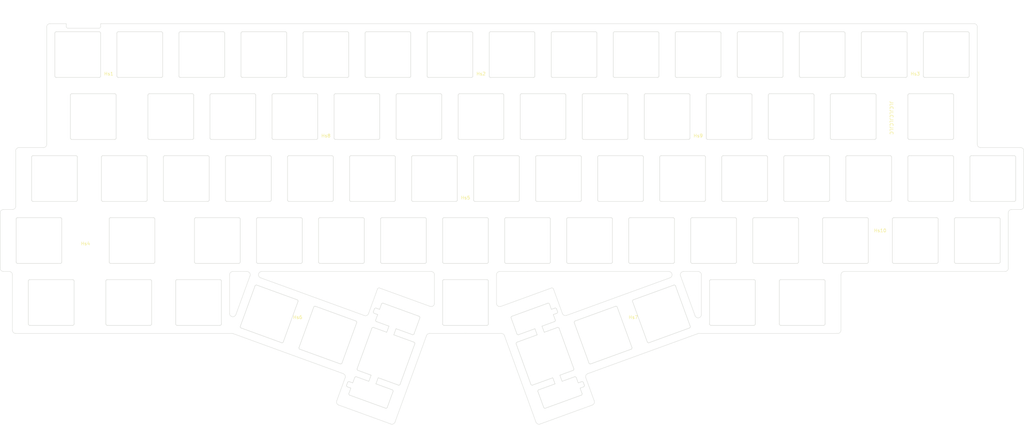
<source format=kicad_pcb>
(kicad_pcb (version 20241229) (generator "pcbnew") (generator_version "9.0")
  (layers (0 "F.Cu" signal) (2 "B.Cu" signal) (13 "F.Paste" user) (15 "B.Paste" user) (5 "F.SilkS" user "F.Silkscreen") (7 "B.SilkS" user "B.Silkscreen") (1 "F.Mask" user) (3 "B.Mask" user) (25 "Edge.Cuts" user))
  (net 0 "")
  (footprint "tmr-lib:Switch_Cutout" (layer "F.Cu") (at 256.5 19))
  (footprint "tmr-lib:Switch_Cutout" (layer "F.Cu") (at 19 0))
  (footprint "tmr-lib:Switch_Cutout_2u" (layer "F.Cu") (at 113.4 92.5 70))
  (footprint "tmr-lib:Switch_Cutout" (layer "F.Cu") (at 213.75 57))
  (footprint "tmr-lib:Switch_Cutout" (layer "F.Cu") (at 179.9 86 20))
  (footprint "tmr-lib:Switch_Cutout" (layer "F.Cu") (at 95.6 86 -20))
  (footprint "tmr-lib:Switch_Cutout" (layer "F.Cu") (at 47.5 19))
  (footprint "MountingHole:MountingHole_2.1mm" (layer "F.Cu") (at 28.5 8.93))
  (footprint "tmr-lib:Switch_Cutout" (layer "F.Cu") (at 285 0))
  (footprint "tmr-lib:Switch_Cutout" (layer "F.Cu") (at 57 0))
  (footprint "tmr-lib:Dummy" (layer "F.Cu") (at 230.2 78.5))
  (footprint "tmr-lib:Switch_Cutout" (layer "F.Cu") (at 137.75 57))
  (footprint "tmr-lib:Switch_Cutout" (layer "F.Cu") (at 90.25 38))
  (footprint "tmr-lib:Switch_Cutout" (layer "F.Cu") (at 80.75 57))
  (footprint "tmr-lib:Switch_Cutout" (layer "F.Cu") (at 166.25 38))
  (footprint "tmr-lib:Switch_Cutout_1.25u" (layer "F.Cu") (at 254.125 57))
  (footprint "tmr-lib:Switch_Cutout" (layer "F.Cu") (at 223.25 38))
  (footprint "MountingHole:MountingHole_2.1mm" (layer "F.Cu") (at 95 27.93))
  (footprint "tmr-lib:Switch_Cutout" (layer "F.Cu") (at 147.25 38))
  (footprint "tmr-lib:Switch_Cutout" (layer "F.Cu") (at 56 76))
  (footprint "tmr-lib:Switch_Cutout" (layer "F.Cu") (at 156.75 57))
  (footprint "tmr-lib:Switch_Cutout" (layer "F.Cu") (at 128.25 38))
  (footprint "tmr-lib:Switch_Cutout_1.25u" (layer "F.Cu") (at 10.875 76))
  (footprint "tmr-lib:Switch_Cutout" (layer "F.Cu") (at 77.625 79.5 -20))
  (footprint "MountingHole:MountingHole_2.1mm" (layer "F.Cu") (at 86.355 83.6))
  (footprint "tmr-lib:Switch_Cutout" (layer "F.Cu") (at 118.75 57))
  (footprint "tmr-lib:Switch_Cutout" (layer "F.Cu") (at 197.75 79.5 20))
  (footprint "tmr-lib:Switch_Cutout" (layer "F.Cu") (at 266 0))
  (footprint "tmr-lib:Switch_Cutout" (layer "F.Cu") (at 142.5 19))
  (footprint "tmr-lib:Switch_Cutout" (layer "F.Cu") (at 294.5 57))
  (footprint "tmr-lib:Switch_Cutout" (layer "F.Cu") (at 280.25 19))
  (footprint "tmr-lib:Switch_Cutout" (layer "F.Cu") (at 228 0))
  (footprint "tmr-lib:Switch_Cutout" (layer "F.Cu") (at 219.5 76))
  (footprint "tmr-lib:Switch_Cutout" (layer "F.Cu") (at 66.5 19))
  (footprint "tmr-lib:Switch_Cutout" (layer "F.Cu") (at 194.75 57))
  (footprint "tmr-lib:Switch_Cutout" (layer "F.Cu") (at 204.25 38))
  (footprint "tmr-lib:Switch_Cutout" (layer "F.Cu") (at 38 0))
  (footprint "MountingHole:MountingHole_2.1mm" (layer "F.Cu") (at 189.145 83.6))
  (footprint "tmr-lib:Switch_Cutout" (layer "F.Cu") (at 180.5 19))
  (footprint "tmr-lib:Switch_Cutout_1.25u" (layer "F.Cu") (at 34.625 76))
  (footprint "tmr-lib:Switch_Cutout" (layer "F.Cu") (at 99.75 57))
  (footprint "tmr-lib:Switch_Cutout" (layer "F.Cu") (at 218.5 19))
  (footprint "tmr-lib:Switch_Cutout" (layer "F.Cu") (at 95 0))
  (footprint "tmr-lib:Switch_Cutout" (layer "F.Cu") (at 137.75 76))
  (footprint "MountingHole:MountingHole_2.1mm" (layer "F.Cu") (at 137.75 46.93))
  (footprint "MountingHole:MountingHole_2.1mm" (layer "F.Cu") (at 264.75 57))
  (footprint "tmr-lib:Switch_Cutout" (layer "F.Cu") (at 152 0))
  (footprint "tmr-lib:Switch_Cutout" (layer "F.Cu") (at 61.75 57))
  (footprint "tmr-lib:Dummy" (layer "F.Cu") (at 20.8 -13.4 180))
  (footprint "tmr-lib:Switch_Cutout_1.25u" (layer "F.Cu") (at 240.875 76))
  (footprint "tmr-lib:Switch_Cutout" (layer "F.Cu") (at 185.25 38))
  (footprint "tmr-lib:JLC_Order_Num" (layer "F.Cu") (at 268.109144 19.478469 -90))
  (footprint "tmr-lib:Switch_Cutout" (layer "F.Cu") (at 23.75 19))
  (footprint "tmr-lib:Dummy" (layer "F.Cu") (at 23 80))
  (footprint "tmr-lib:Switch_Cutout_1.25u" (layer "F.Cu") (at 11.875 38))
  (footprint "MountingHole:MountingHole_2.1mm" (layer "F.Cu") (at 21.375 61))
  (footprint "tmr-lib:Switch_Cutout" (layer "F.Cu") (at 190 0))
  (footprint "tmr-lib:Switch_Cutout_1.75u" (layer "F.Cu") (at 35.625 57))
  (footprint "tmr-lib:Switch_Cutout" (layer "F.Cu") (at 52.25 38))
  (footprint "tmr-lib:Switch_Cutout" (layer "F.Cu") (at 242.25 38))
  (footprint "tmr-lib:Switch_Cutout" (layer "F.Cu") (at 33.25 38))
  (footprint "tmr-lib:Switch_Cutout" (layer "F.Cu") (at 280.25 38))
  (footprint "tmr-lib:Switch_Cutout" (layer "F.Cu") (at 123.5 19))
  (footprint "tmr-lib:Switch_Cutout_2u" (layer "F.Cu") (at 162.1 92.5 -70))
  (footprint "tmr-lib:Switch_Cutout" (layer "F.Cu") (at 275.5 57))
  (footprint "tmr-lib:Switch_Cutout" (layer "F.Cu") (at 133 0))
  (footprint "tmr-lib:Switch_Cutout" (layer "F.Cu") (at 175.75 57))
  (footprint "tmr-lib:Switch_Cutout" (layer "F.Cu") (at 161.5 19))
  (footprint "tmr-lib:Switch_Cutout" (layer "F.Cu") (at 247 0))
  (footprint "tmr-lib:Switch_Cutout" (layer "F.Cu") (at 209 0))
  (footprint "tmr-lib:Switch_Cutout" (layer "F.Cu") (at 71.25 38))
  (footprint "MountingHole:MountingHole_2.1mm" (layer "F.Cu") (at 209 27.93))
  (footprint "tmr-lib:Switch_Cutout_1.25u" (layer "F.Cu") (at 7.125 57))
  (footprint "tmr-lib:Switch_Cutout" (layer "F.Cu") (at 232.75 57))
  (footprint "tmr-lib:Switch_Cutout" (layer "F.Cu") (at 261.25 38))
  (footprint "tmr-lib:Switch_Cutout" (layer "F.Cu") (at 114 0))
  (footprint "tmr-lib:Switch_Cutout" (layer "F.Cu") (at 104.5 19))
  (footprint "MountingHole:MountingHole_2.1mm" (layer "F.Cu") (at 275.5 8.93))
  (footprint "MountingHole:MountingHole_2.1mm" (layer "F.Cu") (at 142.5 8.93))
  (footprint "tmr-lib:Switch_Cutout" (layer "F.Cu") (at 199.5 19))
  (footprint "tmr-lib:Switch_Cutout" (layer "F.Cu") (at 76 0))
  (footprint "tmr-lib:Switch_Cutout" (layer "F.Cu") (at 171 0))
  (footprint "tmr-lib:Switch_Cutout" (layer "F.Cu") (at 109.25 38))
  (footprint "tmr-lib:Switch_Cutout" (layer "F.Cu") (at 85.5 19))
  (footprint "tmr-lib:Switch_Cutout" (layer "F.Cu") (at 237.5 19))
  (footprint "tmr-lib:Switch_Cutout" (layer "F.Cu") (at 299.25 38))
  (gr_arc (start 168.709649 79.960158) (mid 167.945026 79.926782) (end 167.428016 79.362457) (stroke (width 0.1)) (layer "Edge.Cuts"))
  (gr_line (start 0 46.5) (end 0 29.5) (stroke (width 0.1)) (layer "Edge.Cuts"))
  (gr_line (start -4.75 65.5) (end -4.75 48.5) (stroke (width 0.1)) (layer "Edge.Cuts"))
  (gr_line (start 252.75 84.5) (end 252.75 67.5) (stroke (width 0.1)) (layer "Edge.Cuts"))
  (gr_line (start -3.75 47.5) (end -1 47.5) (stroke (width 0.1)) (layer "Edge.Cuts"))
  (gr_line (start 210 67.5) (end 210 79.709283) (stroke (width 0.1)) (layer "Edge.Cuts"))
  (gr_arc (start 100.290883 97.817036) (mid 100.855171 98.334096) (end 100.888563 99.098731) (stroke (width 0.1)) (layer "Edge.Cuts"))
  (gr_arc (start 293.5 -9.5) (mid 294.207107 -9.207107) (end 294.5 -8.5) (stroke (width 0.1)) (layer "Edge.Cuts"))
  (gr_arc (start 0 46.5) (mid -0.292893 47.207107) (end -1 47.5) (stroke (width 0.1)) (layer "Edge.Cuts"))
  (gr_arc (start 75.0131 68.439653) (mid 74.370336 67.326355) (end 75.355114 66.5) (stroke (width 0.1)) (layer "Edge.Cuts"))
  (gr_arc (start 304 65.5) (mid 303.707107 66.207107) (end 303 66.5) (stroke (width 0.1)) (layer "Edge.Cuts"))
  (gr_line (start 128.25 76.257457) (end 128.25 67.5) (stroke (width 0.1)) (layer "Edge.Cuts"))
  (gr_line (start 208.060347 80.051297) (end 203.61651 67.841985) (stroke (width 0.1)) (layer "Edge.Cuts"))
  (gr_arc (start 116.170676 112.663728) (mid 115.653616 113.22801) (end 114.888989 113.261331) (stroke (width 0.1)) (layer "Edge.Cuts"))
  (gr_arc (start 252.75 67.5) (mid 253.042893 66.792893) (end 253.75 66.5) (stroke (width 0.1)) (layer "Edge.Cuts"))
  (gr_arc (start 128.25 76.257457) (mid 127.823609 77.076577) (end 126.908023 77.197148) (stroke (width 0.1)) (layer "Edge.Cuts"))
  (gr_arc (start 110.800303 71.86647) (mid 111.058837 71.584328) (end 111.441153 71.567654) (stroke (width 0.1)) (layer "Edge.Cuts"))
  (gr_line (start 204.556201 66.5) (end 206.625 66.5) (stroke (width 0.1)) (layer "Edge.Cuts"))
  (gr_line (start -1 84.5) (end -1 67.5) (stroke (width 0.1)) (layer "Edge.Cuts"))
  (gr_arc (start -3.75 66.5) (mid -4.457107 66.207107) (end -4.75 65.5) (stroke (width 0.1)) (layer "Edge.Cuts"))
  (gr_line (start 125.818003 86.157979) (end 116.170676 112.663728) (stroke (width 0.1)) (layer "Edge.Cuts"))
  (gr_arc (start 0 85.5) (mid -0.707107 85.207107) (end -1 84.5) (stroke (width 0.1)) (layer "Edge.Cuts"))
  (gr_arc (start 67.439653 79.707863) (mid 66.326356 80.350651) (end 65.5 79.365849) (stroke (width 0.1)) (layer "Edge.Cuts"))
  (gr_arc (start 98.914178 107.446961) (mid 98.349894 106.929895) (end 98.316549 106.165263) (stroke (width 0.1)) (layer "Edge.Cuts"))
  (gr_arc (start 174.611437 99.098731) (mid 174.64482 98.334096) (end 175.209117 97.817036) (stroke (width 0.1)) (layer "Edge.Cuts"))
  (gr_line (start 294.5 27.5) (end 294.5 -8.5) (stroke (width 0.1)) (layer "Edge.Cuts"))
  (gr_line (start 9.5 27.5) (end 9.5 -8.5) (stroke (width 0.1)) (layer "Edge.Cuts"))
  (gr_arc (start 208.884204 85.560278) (mid 209.052578 85.515162) (end 209.22623 85.5) (stroke (width 0.1)) (layer "Edge.Cuts"))
  (gr_line (start 167.428016 79.362457) (end 164.699694 71.866471) (stroke (width 0.1)) (layer "Edge.Cuts"))
  (gr_line (start 100.290883 97.817036) (end 66.615796 85.560278) (stroke (width 0.1)) (layer "Edge.Cuts"))
  (gr_arc (start 70.818798 66.5) (mid 71.637943 66.92641) (end 71.758489 67.841986) (stroke (width 0.1)) (layer "Edge.Cuts"))
  (gr_line (start 67.439653 79.707863) (end 71.758489 67.841986) (stroke (width 0.1)) (layer "Edge.Cuts"))
  (gr_arc (start 108.057359 79.40263) (mid 107.540351 79.966929) (end 106.775728 80.000331) (stroke (width 0.1)) (layer "Edge.Cuts"))
  (gr_line (start 305 47.5) (end 307.75 47.5) (stroke (width 0.1)) (layer "Edge.Cuts"))
  (gr_line (start 164.058843 71.567655) (end 148.591978 77.197147) (stroke (width 0.1)) (layer "Edge.Cuts"))
  (gr_line (start -2 66.5) (end -3.75 66.5) (stroke (width 0.1)) (layer "Edge.Cuts"))
  (gr_line (start 253.75 66.5) (end 303 66.5) (stroke (width 0.1)) (layer "Edge.Cuts"))
  (gr_line (start 16 -8.1) (end 25.5 -8.1) (stroke (width 0.1)) (layer "Edge.Cuts"))
  (gr_line (start 118.75 66.5) (end 75.355114 66.5) (stroke (width 0.1)) (layer "Edge.Cuts"))
  (gr_arc (start 210 79.709283) (mid 209.173669 80.694088) (end 208.060347 80.051297) (stroke (width 0.1)) (layer "Edge.Cuts"))
  (gr_arc (start 304 48.5) (mid 304.292893 47.792893) (end 305 47.5) (stroke (width 0.1)) (layer "Edge.Cuts"))
  (gr_line (start 111.441153 71.567654) (end 126.908023 77.197148) (stroke (width 0.1)) (layer "Edge.Cuts"))
  (gr_line (start 206.625 66.5) (end 209 66.5) (stroke (width 0.1)) (layer "Edge.Cuts"))
  (gr_line (start 137.75 85.5) (end 126.757696 85.5) (stroke (width 0.1)) (layer "Edge.Cuts"))
  (gr_line (start 65.5 67.5) (end 65.5 79.365849) (stroke (width 0.1)) (layer "Edge.Cuts"))
  (gr_arc (start -4.75 48.5) (mid -4.457107 47.792893) (end -3.75 47.5) (stroke (width 0.1)) (layer "Edge.Cuts"))
  (gr_line (start 98.316549 106.165263) (end 100.888563 99.098731) (stroke (width 0.1)) (layer "Edge.Cuts"))
  (gr_line (start 147.25 76.257456) (end 147.25 67.5) (stroke (width 0.1)) (layer "Edge.Cuts"))
  (gr_line (start 307.75 28.5) (end 295.5 28.5) (stroke (width 0.1)) (layer "Edge.Cuts"))
  (gr_arc (start 203.61651 67.841985) (mid 203.737044 66.926396) (end 204.556201 66.5) (stroke (width 0.1)) (layer "Edge.Cuts"))
  (gr_arc (start 9.5 -8.5) (mid 9.792893 -9.207107) (end 10.5 -9.5) (stroke (width 0.1)) (layer "Edge.Cuts"))
  (gr_line (start 68.875 66.5) (end 66.5 66.5) (stroke (width 0.1)) (layer "Edge.Cuts"))
  (gr_line (start 26 -8.6) (end 26 -9.5) (stroke (width 0.1)) (layer "Edge.Cuts"))
  (gr_arc (start 26 -8.6) (mid 25.853553 -8.246447) (end 25.5 -8.1) (stroke (width 0.1)) (layer "Edge.Cuts"))
  (gr_line (start 308.75 46.5) (end 308.75 29.5) (stroke (width 0.1)) (layer "Edge.Cuts"))
  (gr_line (start 209.22623 85.5) (end 251.75 85.5) (stroke (width 0.1)) (layer "Edge.Cuts"))
  (gr_line (start 293.5 -9.5) (end 26 -9.5) (stroke (width 0.1)) (layer "Edge.Cuts"))
  (gr_line (start 70.818798 66.5) (end 68.875 66.5) (stroke (width 0.1)) (layer "Edge.Cuts"))
  (gr_arc (start 164.058843 71.567655) (mid 164.441179 71.584316) (end 164.699694 71.866471) (stroke (width 0.1)) (layer "Edge.Cuts"))
  (gr_line (start 175.209117 97.817036) (end 208.884204 85.560278) (stroke (width 0.1)) (layer "Edge.Cuts"))
  (gr_line (start 66.27377 85.5) (end 0 85.5) (stroke (width 0.1)) (layer "Edge.Cuts"))
  (gr_line (start 200.3619 68.439653) (end 168.709649 79.960158) (stroke (width 0.1)) (layer "Edge.Cuts"))
  (gr_arc (start 9.5 27.5) (mid 9.207107 28.207107) (end 8.5 28.5) (stroke (width 0.1)) (layer "Edge.Cuts"))
  (gr_arc (start 66.27377 85.5) (mid 66.447421 85.515168) (end 66.615796 85.560278) (stroke (width 0.1)) (layer "Edge.Cuts"))
  (gr_line (start 156.75 66.5) (end 200.019886 66.5) (stroke (width 0.1)) (layer "Edge.Cuts"))
  (gr_arc (start 16 -8.1) (mid 15.646447 -8.246447) (end 15.5 -8.6) (stroke (width 0.1)) (layer "Edge.Cuts"))
  (gr_line (start 15.5 -9.5) (end 15.5 -8.6) (stroke (width 0.1)) (layer "Edge.Cuts"))
  (gr_line (start 304 65.5) (end 304 48.5) (stroke (width 0.1)) (layer "Edge.Cuts"))
  (gr_arc (start 160.611011 113.261331) (mid 159.846375 113.228018) (end 159.329324 112.663728) (stroke (width 0.1)) (layer "Edge.Cuts"))
  (gr_arc (start 147.25 67.5) (mid 147.542893 66.792893) (end 148.25 66.5) (stroke (width 0.1)) (layer "Edge.Cuts"))
  (gr_arc (start 127.25 66.5) (mid 127.957107 66.792893) (end 128.25 67.5) (stroke (width 0.1)) (layer "Edge.Cuts"))
  (gr_line (start 127.25 66.5) (end 118.75 66.5) (stroke (width 0.1)) (layer "Edge.Cuts"))
  (gr_arc (start 125.818003 86.157979) (mid 126.184119 85.680846) (end 126.757696 85.5) (stroke (width 0.1)) (layer "Edge.Cuts"))
  (gr_line (start 177.183451 106.165263) (end 174.611437 99.098731) (stroke (width 0.1)) (layer "Edge.Cuts"))
  (gr_line (start 160.611011 113.261331) (end 176.585822 107.446961) (stroke (width 0.1)) (layer "Edge.Cuts"))
  (gr_line (start 137.75 85.5) (end 148.742304 85.5) (stroke (width 0.1)) (layer "Edge.Cuts"))
  (gr_line (start 148.25 66.5) (end 156.75 66.5) (stroke (width 0.1)) (layer "Edge.Cuts"))
  (gr_arc (start 0 29.5) (mid 0.292893 28.792893) (end 1 28.5) (stroke (width 0.1)) (layer "Edge.Cuts"))
  (gr_arc (start 295.5 28.5) (mid 294.792893 28.207107) (end 294.5 27.5) (stroke (width 0.1)) (layer "Edge.Cuts"))
  (gr_line (start 1 28.5) (end 8.5 28.5) (stroke (width 0.1)) (layer "Edge.Cuts"))
  (gr_arc (start 177.183451 106.165263) (mid 177.150089 106.929872) (end 176.585822 107.446961) (stroke (width 0.1)) (layer "Edge.Cuts"))
  (gr_arc (start 148.591978 77.197147) (mid 147.67639 77.076615) (end 147.25 76.257456) (stroke (width 0.1)) (layer "Edge.Cuts"))
  (gr_arc (start 307.75 28.5) (mid 308.457107 28.792893) (end 308.75 29.5) (stroke (width 0.1)) (layer "Edge.Cuts"))
  (gr_arc (start 65.5 67.5) (mid 65.792893 66.792893) (end 66.5 66.5) (stroke (width 0.1)) (layer "Edge.Cuts"))
  (gr_line (start 149.681997 86.157979) (end 159.329324 112.663728) (stroke (width 0.1)) (layer "Edge.Cuts"))
  (gr_line (start 10.5 -9.5) (end 15.5 -9.5) (stroke (width 0.1)) (layer "Edge.Cuts"))
  (gr_arc (start 209 66.5) (mid 209.707107 66.792893) (end 210 67.5) (stroke (width 0.1)) (layer "Edge.Cuts"))
  (gr_arc (start 148.742304 85.5) (mid 149.315881 85.680848) (end 149.681997 86.157979) (stroke (width 0.1)) (layer "Edge.Cuts"))
  (gr_line (start 108.057359 79.40263) (end 110.800303 71.86647) (stroke (width 0.1)) (layer "Edge.Cuts"))
  (gr_line (start 75.0131 68.439653) (end 106.775728 80.000331) (stroke (width 0.1)) (layer "Edge.Cuts"))
  (gr_arc (start 200.019886 66.5) (mid 201.004691 67.326332) (end 200.3619 68.439653) (stroke (width 0.1)) (layer "Edge.Cuts"))
  (gr_arc (start 252.75 84.5) (mid 252.457107 85.207107) (end 251.75 85.5) (stroke (width 0.1)) (layer "Edge.Cuts"))
  (gr_arc (start -2 66.5) (mid -1.292893 66.792893) (end -1 67.5) (stroke (width 0.1)) (layer "Edge.Cuts"))
  (gr_line (start 114.888989 113.261331) (end 98.914178 107.446961) (stroke (width 0.1)) (layer "Edge.Cuts"))
  (gr_arc (start 308.75 46.5) (mid 308.457107 47.207107) (end 307.75 47.5) (stroke (width 0.1)) (layer "Edge.Cuts"))
)
</source>
